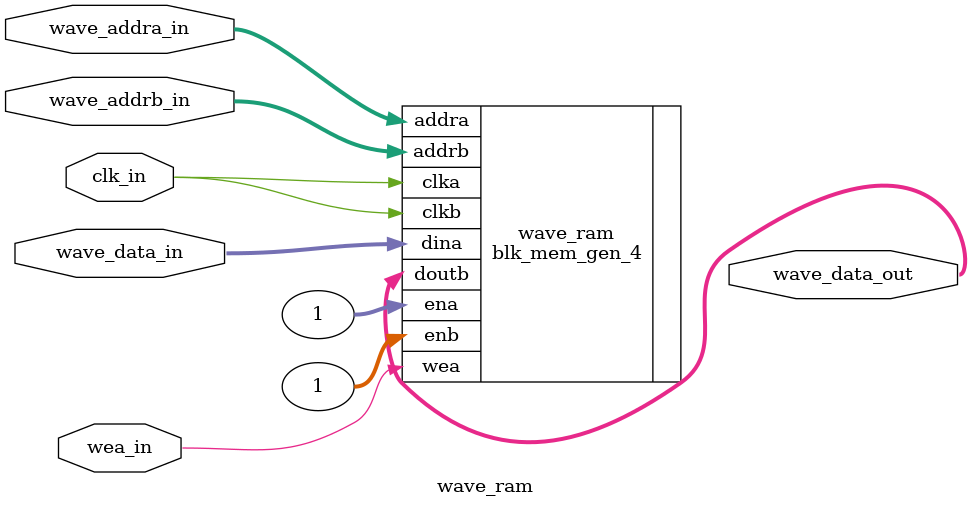
<source format=v>
`timescale 1ns / 1ps


    module wave_ram(
        input clk_in,
        input wea_in,
        input [8:0] wave_addra_in,//[8£º0]
        input [11:0] wave_data_in,//[15:0]
        input [8:0] wave_addrb_in,
        output wire[11:0] wave_data_out//[7:0]
        );
    blk_mem_gen_4 wave_ram(
      .clka(clk_in),
      .ena(1),
      .wea(wea_in),
      .addra(wave_addra_in),
      .dina(wave_data_in),
      .clkb(clk_in),
      .enb(1),
      .addrb(wave_addrb_in),
      .doutb(wave_data_out)
    );
endmodule

</source>
